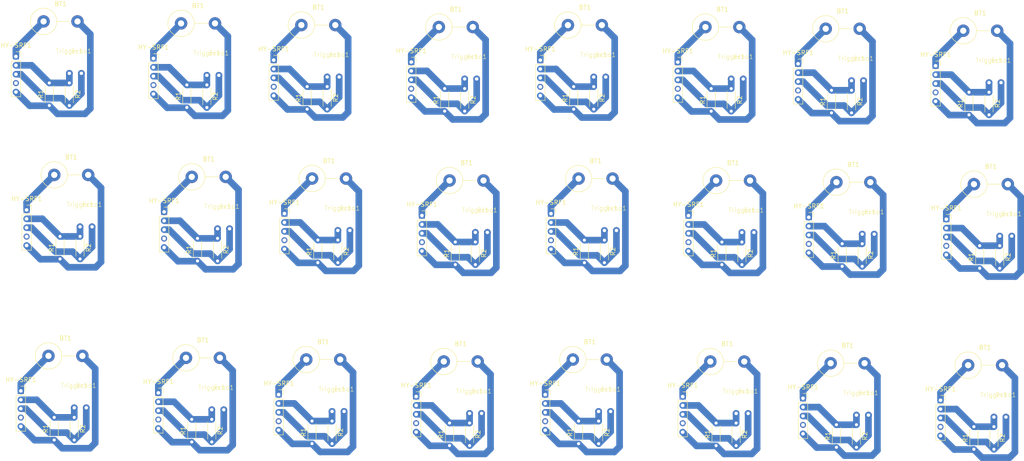
<source format=kicad_pcb>
(kicad_pcb (version 20240108) (generator "pcbnew") (generator_version "8.0")
  (layers (0 "F.Cu" signal) (31 "B.Cu" signal) (34 "B.Paste" user) (35 "F.Paste" user) (36 "B.SilkS" user "B.Silkscreen") (37 "F.SilkS" user "F.Silkscreen") (38 "B.Mask" user) (39 "F.Mask" user) (44 "Edge.Cuts" user))
  (net 0 "")
  (net 1 "Net-(BT1-+)")
  (net 2 "Net-(HY-SRF1-Trig)")
  (net 4 "Net-(HY-SRF1-Echo)")
  (net 5 "GND")
  (footprint "Resistor_THT:R_Axial_DIN0614_L14.3mm_D5.7mm_P7.62mm_Vertical" (layer "F.Cu") (at 83.699 121.275567)
    (property "Reference" "BT1")
    (property "Value" "Battery")
  )
  (footprint "PIN:PIN" (layer "F.Cu") (at 265.19 130.1)
    (property "Reference" "Trigger1")
    (property "Value" "~")
  )
  (footprint "Resistor_THT:R_Axial_DIN0614_L14.3mm_D5.7mm_P7.62mm_Vertical" (layer "F.Cu") (at 171.899 80.965)
    (property "Reference" "BT1")
    (property "Value" "Battery")
  )
  (footprint "Connector_PinSocket_2.00mm:PinSocket_1x05_P2.00mm_Vertical" (layer "F.Cu") (at 46.602 128.709134)
    (property "Reference" "HY-SRF1")
    (property "Value" "~")
  )
  (footprint "PIN:PIN" (layer "F.Cu") (at 62.602 87.309134)
    (property "Reference" "Echo1")
    (property "Value" "~")
  )
  (footprint "Resistor_THT:R_Axial_DIN0614_L14.3mm_D5.7mm_P7.62mm_Vertical" (layer "F.Cu") (at 109.621 46.443567)
    (property "Reference" "BT1")
    (property "Value" "Battery")
  )
  (footprint "Resistor_THT:R_Axial_DIN0204_L3.6mm_D1.6mm_P5.08mm_Horizontal" (layer "F.Cu") (at 57.5 59.46 -90)
    (property "Reference" "R2")
    (property "Value" "R")
  )
  (footprint "Resistor_THT:R_Axial_DIN0204_L3.6mm_D1.6mm_P5.08mm_Horizontal" (layer "F.Cu") (at 59.902 93.969134 -90)
    (property "Reference" "R2")
    (property "Value" "R")
  )
  (footprint "PIN:PIN" (layer "F.Cu") (at 150.102 129.269134)
    (property "Reference" "Echo1")
    (property "Value" "~")
  )
  (footprint "Resistor_THT:R_Axial_DIN0204_L3.6mm_D1.6mm_P5.08mm_Horizontal" (layer "F.Cu") (at 116.514 135.487701 -90)
    (property "Reference" "R2")
    (property "Value" "R")
  )
  (footprint "PIN:PIN" (layer "F.Cu") (at 209.978 129.281433)
    (property "Reference" "Echo1")
    (property "Value" "~")
  )
  (footprint "PIN:PIN" (layer "F.Cu") (at 234.302 129.658567)
    (property "Reference" "Trigger1")
    (property "Value" "~")
  )
  (footprint "Resistor_THT:R_Axial_DIN0204_L3.6mm_D1.6mm_P5.08mm_Horizontal" (layer "F.Cu") (at 90.79 94.410567 -90)
    (property "Reference" "R2")
    (property "Value" "R")
  )
  (footprint "PIN:PIN" (layer "F.Cu") (at 61.302 128.009134)
    (property "Reference" "Echo1")
    (property "Value" "~")
  )
  (footprint "PIN:PIN" (layer "F.Cu") (at 267.89 130.1)
    (property "Reference" "Echo1")
    (property "Value" "~")
  )
  (footprint "PIN:PIN" (layer "F.Cu") (at 211.278 88.581433)
    (property "Reference" "Echo1")
    (property "Value" "~")
  )
  (footprint "Resistor_THT:R_Axial_DIN0614_L14.3mm_D5.7mm_P7.62mm_Vertical" (layer "F.Cu") (at 51.709 45.625)
    (property "Reference" "BT1")
    (property "Value" "Battery")
  )
  (footprint "Connector_PinSocket_2.00mm:PinSocket_1x05_P2.00mm_Vertical" (layer "F.Cu") (at 253.19 130.8)
    (property "Reference" "HY-SRF1")
    (property "Value" "~")
  )
  (footprint "PIN:PIN" (layer "F.Cu") (at 146.3 54.06)
    (property "Reference" "Trigger1")
    (property "Value" "~")
  )
  (footprint "Resistor_THT:R_Axial_DIN0204_L3.6mm_D1.6mm_P5.08mm_Horizontal" (layer "F.Cu") (at 201.676 65.812299 90)
    (property "Reference" "R1")
    (property "Value" "R")
  )
  (footprint "Resistor_THT:R_Axial_DIN0204_L3.6mm_D1.6mm_P5.08mm_Horizontal" (layer "F.Cu") (at 83.888 64.981433 90)
    (property "Reference" "R1")
    (property "Value" "R")
  )
  (footprint "Resistor_THT:R_Axial_DIN0204_L3.6mm_D1.6mm_P5.08mm_Horizontal" (layer "F.Cu") (at 265.19 136.76 -90)
    (property "Reference" "R2")
    (property "Value" "R")
  )
  (footprint "Resistor_THT:R_Axial_DIN0614_L14.3mm_D5.7mm_P7.62mm_Vertical" (layer "F.Cu") (at 82.597 46.066433)
    (property "Reference" "BT1")
    (property "Value" "Battery")
  )
  (footprint "Connector_PinSocket_2.00mm:PinSocket_1x05_P2.00mm_Vertical" (layer "F.Cu") (at 196.578 89.281433)
    (property "Reference" "HY-SRF1")
    (property "Value" "~")
  )
  (footprint "PIN:PIN" (layer "F.Cu") (at 264.088 54.890866)
    (property "Reference" "Trigger1")
    (property "Value" "~")
  )
  (footprint "Resistor_THT:R_Axial_DIN0204_L3.6mm_D1.6mm_P5.08mm_Horizontal" (layer "F.Cu") (at 115.412 60.278567 -90)
    (property "Reference" "R2")
    (property "Value" "R")
  )
  (footprint "Resistor_THT:R_Axial_DIN0204_L3.6mm_D1.6mm_P5.08mm_Horizontal" (layer "F.Cu") (at 171.89 140.58 90)
    (property "Reference" "R1")
    (property "Value" "R")
  )
  (footprint "Resistor_THT:R_Axial_DIN0204_L3.6mm_D1.6mm_P5.08mm_Horizontal" (layer "F.Cu") (at 208.578 95.241433 -90)
    (property "Reference" "R2")
    (property "Value" "R")
  )
  (footprint "Resistor_THT:R_Axial_DIN0204_L3.6mm_D1.6mm_P5.08mm_Horizontal" (layer "F.Cu") (at 176.39 135.5 -90)
    (property "Reference" "R2")
    (property "Value" "R")
  )
  (footprint "Resistor_THT:R_Axial_DIN0204_L3.6mm_D1.6mm_P5.08mm_Horizontal" (layer "F.Cu") (at 235.602 95.618567 -90)
    (property "Reference" "R2")
    (property "Value" "R")
  )
  (footprint "PIN:PIN" (layer "F.Cu") (at 119.214 128.827701)
    (property "Reference" "Echo1")
    (property "Value" "~")
  )
  (footprint "Resistor_THT:R_Axial_DIN0614_L14.3mm_D5.7mm_P7.62mm_Vertical" (layer "F.Cu") (at 258.297 47.715866)
    (property "Reference" "BT1")
    (property "Value" "Battery")
  )
  (footprint "PIN:PIN" (layer "F.Cu") (at 177.988 53.630866)
    (property "Reference" "Echo1")
    (property "Value" "~")
  )
  (footprint "Resistor_THT:R_Axial_DIN0614_L14.3mm_D5.7mm_P7.62mm_Vertical" (layer "F.Cu") (at 229.811 81.783567)
    (property "Reference" "BT1")
    (property "Value" "Battery")
  )
  (footprint "PIN:PIN" (layer "F.Cu") (at 148.702 88.569134)
    (property "Reference" "Trigger1")
    (property "Value" "~")
  )
  (footprint "PIN:PIN" (layer "F.Cu") (at 89.49 128.450567)
    (property "Reference" "Trigger1")
    (property "Value" "~")
  )
  (footprint "Resistor_THT:R_Axial_DIN0614_L14.3mm_D5.7mm_P7.62mm_Vertical" (layer "F.Cu") (at 169.497 46.455866)
    (property "Reference" "BT1")
    (property "Value" "Battery")
  )
  (footprint "PIN:PIN" (layer "F.Cu") (at 208.578 88.581433)
    (property "Reference" "Trigger1")
    (property "Value" "~")
  )
  (footprint "Resistor_THT:R_Axial_DIN0204_L3.6mm_D1.6mm_P5.08mm_Horizontal" (layer "F.Cu") (at 88.388 59.901433 -90)
    (property "Reference" "R2")
    (property "Value" "R")
  )
  (footprint "Resistor_THT:R_Axial_DIN0614_L14.3mm_D5.7mm_P7.62mm_Vertical" (layer "F.Cu") (at 201.487 122.106433)
    (property "Reference" "BT1")
    (property "Value" "Battery")
  )
  (footprint "Resistor_THT:R_Axial_DIN0614_L14.3mm_D5.7mm_P7.62mm_Vertical" (layer "F.Cu") (at 54.111 80.134134)
    (property "Reference" "BT1")
    (property "Value" "Battery")
  )
  (footprint "PIN:PIN" (layer "F.Cu") (at 233.2 54.449433)
    (property "Reference" "Trigger1")
    (property "Value" "~")
  )
  (footprint "Connector_PinSocket_2.00mm:PinSocket_1x05_P2.00mm_Vertical" (layer "F.Cu") (at 78.79 88.450567)
    (property "Reference" "HY-SRF1")
    (property "Value" "~")
  )
  (footprint "PIN:PIN" (layer "F.Cu") (at 180.39 88.14)
    (property "Reference" "Echo1")
    (property "Value" "~")
  )
  (footprint "Resistor_THT:R_Axial_DIN0204_L3.6mm_D1.6mm_P5.08mm_Horizontal" (layer "F.Cu") (at 202.778 141.021433 90)
    (property "Reference" "R1")
    (property "Value" "R")
  )
  (footprint "PIN:PIN" (layer "F.Cu") (at 151.402 88.569134)
    (property "Reference" "Echo1")
    (property "Value" "~")
  )
  (footprint "Resistor_THT:R_Axial_DIN0204_L3.6mm_D1.6mm_P5.08mm_Horizontal" (layer "F.Cu") (at 170.788 65.370866 90)
    (property "Reference" "R1")
    (property "Value" "R")
  )
  (footprint "Resistor_THT:R_Axial_DIN0204_L3.6mm_D1.6mm_P5.08mm_Horizontal" (layer "F.Cu") (at 260.69 141.84 90)
    (property "Reference" "R1")
    (property "Value" "R")
  )
  (footprint "Resistor_THT:R_Axial_DIN0614_L14.3mm_D5.7mm_P7.62mm_Vertical" (layer "F.Cu") (at 259.399 122.925)
    (property "Reference" "BT1")
    (property "Value" "Battery")
  )
  (footprint "Connector_PinSocket_2.00mm:PinSocket_1x05_P2.00mm_Vertical" (layer "F.Cu") (at 165.69 88.84)
    (property "Reference" "HY-SRF1")
    (property "Value" "~")
  )
  (footprint "Connector_PinSocket_2.00mm:PinSocket_1x05_P2.00mm_Vertical" (layer "F.Cu") (at 104.514 129.527701)
    (property "Reference" "HY-SRF1")
    (property "Value" "~")
  )
  (footprint "Resistor_THT:R_Axial_DIN0614_L14.3mm_D5.7mm_P7.62mm_Vertical" (layer "F.Cu") (at 140.509 46.885)
    (property "Reference" "BT1")
    (property "Value" "Battery")
  )
  (footprint "Resistor_THT:R_Axial_DIN0204_L3.6mm_D1.6mm_P5.08mm_Horizontal" (layer "F.Cu") (at 206.176 60.732299 -90)
    (property "Reference" "R2")
    (property "Value" "R")
  )
  (footprint "Connector_PinSocket_2.00mm:PinSocket_1x05_P2.00mm_Vertical" (layer "F.Cu") (at 222.302 130.358567)
    (property "Reference" "HY-SRF1")
    (property "Value" "~")
  )
  (footprint "PIN:PIN" (layer "F.Cu") (at 120.514 88.127701)
    (property "Reference" "Echo1")
    (property "Value" "~")
  )
  (footprint "Connector_PinSocket_2.00mm:PinSocket_1x05_P2.00mm_Vertical" (layer "F.Cu") (at 194.176 54.772299)
    (property "Reference" "HY-SRF1")
    (property "Value" "~")
  )
  (footprint "PIN:PIN" (layer "F.Cu") (at 269.19 89.4)
    (property "Reference" "Echo1")
    (property "Value" "~")
  )
  (footprint "PIN:PIN" (layer "F.Cu") (at 179.09 128.84)
    (property "Reference" "Echo1")
    (property "Value" "~")
  )
  (footprint "PIN:PIN" (layer "F.Cu") (at 206.176 54.072299)
    (property "Reference" "Trigger1")
    (property "Value" "~")
  )
  (footprint "Resistor_THT:R_Axial_DIN0614_L14.3mm_D5.7mm_P7.62mm_Vertical" (layer "F.Cu") (at 202.787 81.406433)
    (property "Reference" "BT1")
    (property "Value" "Battery")
  )
  (footprint "PIN:PIN" (layer "F.Cu") (at 235.602 88.958567)
    (property "Reference" "Trigger1")
    (property "Value" "~")
  )
  (footprint "PIN:PIN" (layer "F.Cu") (at 266.49 89.4)
    (property "Reference" "Trigger1")
    (property "Value" "~")
  )
  (footprint "Connector_PinSocket_2.00mm:PinSocket_1x05_P2.00mm_Vertical" (layer "F.Cu") (at 164.39 129.54)
    (property "Reference" "HY-SRF1")
    (property "Value" "~")
  )
  (footprint "PIN:PIN" (layer "F.Cu") (at 115.412 53.618567)
    (property "Reference" "Trigger1")
    (property "Value" "~")
  )
  (footprint "PIN:PIN" (layer "F.Cu") (at 118.112 53.618567)
    (property "Reference" "Echo1")
    (property "Value" "~")
  )
  (footprint "Resistor_THT:R_Axial_DIN0204_L3.6mm_D1.6mm_P5.08mm_Horizontal" (layer "F.Cu") (at 175.288 60.290866 -90)
    (property "Reference" "R2")
    (property "Value" "R")
  )
  (footprint "Resistor_THT:R_Axial_DIN0204_L3.6mm_D1.6mm_P5.08mm_Horizontal" (layer "F.Cu") (at 146.3 60.72 -90)
    (property "Reference" "R2")
    (property "Value" "R")
  )
  (footprint "PIN:PIN" (layer "F.Cu") (at 59.902 87.309134)
    (property "Reference" "Trigger1")
    (property "Value" "~")
  )
  (footprint "Resistor_THT:R_Axial_DIN0204_L3.6mm_D1.6mm_P5.08mm_Horizontal" (layer "F.Cu") (at 228.7 66.189433 90)
    (property "Reference" "R1")
    (property "Value" "R")
  )
  (footprint "Connector_PinSocket_2.00mm:PinSocket_1x05_P2.00mm_Vertical" (layer "F.Cu") (at 223.602 89.658567)
    (property "Reference" "HY-SRF1")
    (property "Value" "~")
  )
  (footprint "Connector_PinSocket_2.00mm:PinSocket_1x05_P2.00mm_Vertical" (layer "F.Cu") (at 252.088 55.590866)
    (property "Reference" "HY-SRF1")
    (property "Value" "~")
  )
  (footprint "Connector_PinSocket_2.00mm:PinSocket_1x05_P2.00mm_Vertical" (layer "F.Cu") (at 221.2 55.149433)
    (property "Reference" "HY-SRF1")
    (property "Value" "~")
  )
  (footprint "Resistor_THT:R_Axial_DIN0204_L3.6mm_D1.6mm_P5.08mm_Horizontal" (layer "F.Cu") (at 142.902 141.009134 90)
    (property "Reference" "R1")
    (property "Value" "R")
  )
  (footprint "Resistor_THT:R_Axial_DIN0204_L3.6mm_D1.6mm_P5.08mm_Horizontal" (layer "F.Cu") (at 259.588 66.630866 90)
    (property "Reference" "R1")
    (property "Value" "R")
  )
  (footprint "Resistor_THT:R_Axial_DIN0614_L14.3mm_D5.7mm_P7.62mm_Vertical" (layer "F.Cu") (at 142.911 81.394134)
    (property "Reference" "BT1")
    (property "Value" "Battery")
  )
  (footprint "Connector_PinSocket_2.00mm:PinSocket_1x05_P2.00mm_Vertical" (layer "F.Cu") (at 163.288 54.330866)
    (property "Reference" "HY-SRF1")
    (property "Value" "~")
  )
  (footprint "Resistor_THT:R_Axial_DIN0614_L14.3mm_D5.7mm_P7.62mm_Vertical" (layer "F.Cu") (at 200.385 46.897299)
    (property "Reference" "BT1")
    (property "Value" "Battery")
  )
  (footprint "Connector_PinSocket_2.00mm:PinSocket_1x05_P2.00mm_Vertical" (layer "F.Cu") (at 254.49 90.1)
    (property "Reference" "HY-SRF1")
    (property "Value" "~")
  )
  (footprint "Resistor_THT:R_Axial_DIN0204_L3.6mm_D1.6mm_P5.08mm_Horizontal" (layer "F.Cu") (at 233.2 61.109433 -90)
    (property "Reference" "R2")
    (property "Value" "R")
  )
  (footprint "Resistor_THT:R_Axial_DIN0204_L3.6mm_D1.6mm_P5.08mm_Horizontal" (layer "F.Cu") (at 55.402 99.049134 90)
    (property "Reference" "R1")
    (property "Value" "R")
  )
  (footprint "Resistor_THT:R_Axial_DIN0204_L3.6mm_D1.6mm_P5.08mm_Horizontal" (layer "F.Cu") (at 204.078 100.321433 90)
    (property "Reference" "R1")
    (property "Value" "R")
  )
  (footprint "Resistor_THT:R_Axial_DIN0204_L3.6mm_D1.6mm_P5.08mm_Horizontal" (layer "F.Cu") (at 112.014 140.567701 90)
    (property "Reference" "R1")
    (property "Value" "R")
  )
  (footprint "Resistor_THT:R_Axial_DIN0204_L3.6mm_D1.6mm_P5.08mm_Horizontal" (layer "F.Cu") (at 89.49 135.110567 -90)
    (property "Reference" "R2")
    (property "Value" "R")
  )
  (footprint "Resistor_THT:R_Axial_DIN0204_L3.6mm_D1.6mm_P5.08mm_Horizontal" (layer "F.Cu") (at 177.69 94.8 -90)
    (property "Reference" "R2")
    (property "Value" "R")
  )
  (footprint "Resistor_THT:R_Axial_DIN0204_L3.6mm_D1.6mm_P5.08mm_Horizontal" (layer "F.Cu") (at 207.278 135.941433 -90)
    (property "Reference" "R2")
    (property "Value" "R")
  )
  (footprint "Resistor_THT:R_Axial_DIN0614_L14.3mm_D5.7mm_P7.62mm_Vertical" (layer "F.Cu") (at 112.023 80.952701)
    (property "Reference" "BT1")
    (property "Value" "Battery")
  )
  (footprint "Connector_PinSocket_2.00mm:PinSocket_1x05_P2.00mm_Vertical" (layer "F.Cu") (at 134.3 54.76)
    (property "Reference" "HY-SRF1")
    (property "Value" "~")
  )
  (footprint "PIN:PIN" (layer "F.Cu") (at 58.602 128.009134)
    (property "Reference" "Trigger1")
    (property "Value" "~")
  )
  (footprint "Resistor_THT:R_Axial_DIN0204_L3.6mm_D1.6mm_P5.08mm_Horizontal" (layer "F.Cu") (at 58.602 134.669134 -90)
    (property "Reference" "R2")
    (property "Value" "R")
  )
  (footprint "Resistor_THT:R_Axial_DIN0614_L14.3mm_D5.7mm_P7.62mm_Vertical" (layer "F.Cu") (at 52.811 120.834134)
    (property "Reference" "BT1")
    (property "Value" "Battery")
  )
  (footprint "PIN:PIN" (layer "F.Cu") (at 149 54.06)
    (property "Reference" "Echo1")
    (property "Value" "~")
  )
  (footprint "Connector_PinSocket_2.00mm:PinSocket_1x05_P2.00mm_Vertical" (layer "F.Cu") (at 105.814 88.827701)
    (property "Reference" "HY-SRF1")
    (property "Value" "~")
  )
  (footprint "PIN:PIN" (layer "F.Cu") (at 90.79 87.750567)
    (property "Reference" "Trigger1")
    (property "Value" "~")
  )
  (footprint "PIN:PIN" (layer "F.Cu") (at 117.814 88.127701)
    (property "Reference" "Trigger1")
    (property "Value" "~")
  )
  (footprint "PIN:PIN" (layer "F.Cu") (at 60.2 52.8)
    (property "Reference" "Echo1")
    (property "Value" "~")
  )
  (footprint "Resistor_THT:R_Axial_DIN0614_L14.3mm_D5.7mm_P7.62mm_Vertical" (layer "F.Cu") (at 228.511 122.483567)
    (property "Reference" "BT1")
    (property "Value" "Battery")
  )
  (footprint "PIN:PIN" (layer "F.Cu") (at 177.69 88.14)
    (property "Reference" "Trigger1")
    (property "Value" "~")
  )
  (footprint "Resistor_THT:R_Axial_DIN0204_L3.6mm_D1.6mm_P5.08mm_Horizontal" (layer "F.Cu") (at 141.8 65.8 90)
    (property "Reference" "R1")
    (property "Value" "R")
  )
  (footprint "Resistor_THT:R_Axial_DIN0614_L14.3mm_D5.7mm_P7.62mm_Vertical" (layer "F.Cu") (at 227.409 47.274433)
    (property "Reference" "BT1")
    (property "Value" "Battery")
  )
  (footprint "Connector_PinSocket_2.00mm:PinSocket_1x05_P2.00mm_Vertical" (layer "F.Cu") (at 195.278 129.981433)
    (property "Reference" "HY-SRF1")
    (property "Value" "~")
  )
  (footprint "PIN:PIN" (layer "F.Cu") (at 207.278 129.281433)
    (property "Reference" "Trigger1")
    (property "Value" "~")
  )
  (footprint "PIN:PIN" (layer "F.Cu") (at 91.088 53.241433)
    (property "Reference" "Echo1")
    (property "Value" "~")
  )
  (footprint "Resistor_THT:R_Axial_DIN0204_L3.6mm_D1.6mm_P5.08mm_Horizontal" (layer "F.Cu") (at 84.99 140.190567 90)
    (property "Reference" "R1")
    (property "Value" "R")
  )
  (footprint "Resistor_THT:R_Axial_DIN0614_L14.3mm_D5.7mm_P7.62mm_Vertical" (layer "F.Cu") (at 141.611 122.094134)
    (property "Reference" "BT1")
    (property "Value" "Battery")
  )
  (footprint "Connector_PinSocket_2.00mm:PinSocket_1x05_P2.00mm_Vertical" (layer "F.Cu") (at 135.402 129.969134)
    (property "Reference" "HY-SRF1")
    (property "Value" "~")
  )
  (footprint "Connector_PinSocket_2.00mm:PinSocket_1x05_P2.00mm_Vertical" (layer "F.Cu") (at 103.412 54.318567)
    (property "Reference" "HY-SRF1")
    (property "Value" "~")
  )
  (footprint "Connector_PinSocket_2.00mm:PinSocket_1x05_P2.00mm_Vertical" (layer "F.Cu") (at 77.49 129.150567)
    (property "Reference" "HY-SRF1")
    (property "Value" "~")
  )
  (footprint "Connector_PinSocket_2.00mm:PinSocket_1x05_P2.00mm_Vertical" (layer "F.Cu") (at 47.902 88.009134)
    (property "Reference" "HY-SRF1")
    (property "Value" "~")
  )
  (footprint "PIN:PIN" (layer "F.Cu") (at 57.5 52.8)
    (property "Reference" "Trigger1")
    (property "Value" "~")
  )
  (footprint "Resistor_THT:R_Axial_DIN0204_L3.6mm_D1.6mm_P5.08mm_Horizontal" (layer "F.Cu") (at 231.102 100.698567 90)
    (property "Reference" "R1")
    (property "Value" "R")
  )
  (footprint "Resistor_THT:R_Axial_DIN0204_L3.6mm_D1.6mm_P5.08mm_Horizontal" (layer "F.Cu") (at 261.99 101.14 90)
    (property "Reference" "R1")
    (property "Value" "R")
  )
  (footprint "Resistor_THT:R_Axial_DIN0204_L3.6mm_D1.6mm_P5.08mm_Horizontal" (layer "F.Cu") (at 144.202 100.309134 90)
    (property "Reference" "R1")
    (property "Value" "R")
  )
  (footprint "Connector_PinSocket_2.00mm:PinSocket_1x05_P2.00mm_Vertical" (layer "F.Cu") (at 45.5 53.5)
    (property "Reference" "HY-SRF1")
    (property "Value" "~")
  )
  (footprint "Resistor_THT:R_Axial_DIN0204_L3.6mm_D1.6mm_P5.08mm_Horizontal" (layer "F.Cu") (at 229.802 141.398567 90)
    (property "Reference" "R1")
    (property "Value" "R")
  )
  (footprint "Resistor_THT:R_Axial_DIN0204_L3.6mm_D1.6mm_P5.08mm_Horizontal" (layer "F.Cu") (at 113.314 99.867701 90)
    (property "Reference" "R1")
    (property "Value" "R")
  )
  (footprint "Resistor_THT:R_Axial_DIN0614_L14.3mm_D5.7mm_P7.62mm_Vertical" (layer "F.Cu") (at 170.599 121.665)
    (property "Reference" "BT1")
    (property "Value" "Battery")
  )
  (footprint "PIN:PIN" (layer "F.Cu") (at 147.402 129.269134)
    (property "Reference" "Trigger1")
    (property "Value" "~")
  )
  (footprint "PIN:PIN" (layer "F.Cu") (at 116.514 128.827701)
    (property "Reference" "Trigger1")
    (property "Value" "~")
  )
  (footprint "PIN:PIN" (layer "F.Cu") (at 208.876 54.072299)
    (property "Reference" "Echo1")
    (property "Value" "~")
  )
  (footprint "Resistor_THT:R_Axial_DIN0204_L3.6mm_D1.6mm_P5.08mm_Horizontal" (layer "F.Cu") (at 110.912 65.358567 90)
    (property "Reference" "R1")
    (property "Value" "R")
  )
  (footprint "Resistor_THT:R_Axial_DIN0204_L3.6mm_D1.6mm_P5.08mm_Horizontal" (layer "F.Cu") (at 264.088 61.550866 -90)
    (property "Reference" "R2")
    (property "Value" "R")
  )
  (footprint "Resistor_THT:R_Axial_DIN0614_L14.3mm_D5.7mm_P7.62mm_Vertical" (layer "F.Cu") (at 260.699 82.225)
    (property "Reference" "BT1")
    (property "Value" "Battery")
  )
  (footprint "Connector_PinSocket_2.00mm:PinSocket_1x05_P2.00mm_Vertical" (layer "F.Cu") (at 136.702 89.269134)
    (property "Reference" "HY-SRF1")
    (property "Value" "~")
  )
  (footprint "PIN:PIN" (layer "F.Cu") (at 238.302 88.958567)
    (property "Reference" "Echo1")
    (property "Value" "~")
  )
  (footprint "PIN:PIN" (layer "F.Cu") (at 175.288 53.630866)
    (property "Reference" "Trigger1")
    (property "Value" "~")
  )
  (footprint "Resistor_THT:R_Axial_DIN0204_L3.6mm_D1.6mm_P5.08mm_Horizontal" (layer "F.Cu") (at 53 64.54 90)
    (property "Reference" "R1")
    (property "Value" "R")
  )
  (footprint "Resistor_THT:R_Axial_DIN0204_L3.6mm_D1.6mm_P5.08mm_Horizontal" (layer "F.Cu") (at 266.49 96.06 -90)
    (property "Reference" "R2")
    (property "Value" "R")
  )
  (footprint "PIN:PIN" (layer "F.Cu") (at 266.788 54.890866)
    (property "Reference" "Echo1")
    (property "Value" "~")
  )
  (footprint "PIN:PIN" (layer "F.Cu") (at 92.19 128.450567)
    (property "Reference" "Echo1")
    (property "Value" "~")
  )
  (footprint "PIN:PIN" (layer "F.Cu") (at 176.39 128.84)
    (property "Reference" "Trigger1")
    (property "Value" "~")
  )
  (footprint "Resistor_THT:R_Axial_DIN0204_L3.6mm_D1.6mm_P5.08mm_Horizontal" (layer "F.Cu") (at 147.402 135.929134 -90)
    (property "Reference" "R2")
    (property "Value" "R")
  )
  (footprint "Resistor_THT:R_Axial_DIN0204_L3.6mm_D1.6mm_P5.08mm_Horizontal" (layer "F.Cu") (at 117.814 94.787701 -90)
    (property "Reference" "R2")
    (property "Value" "R")
  )
  (footprint "Resistor_THT:R_Axial_DIN0204_L3.6mm_D1.6mm_P5.08mm_Horizontal" (layer "F.Cu") (at 148.702 95.229134 -90)
    (property "Reference" "R2")
    (property "Value" "R")
  )
  (footprint "PIN:PIN" (layer "F.Cu") (at 93.49 87.750567)
    (property "Reference" "Echo1")
    (property "Value" "~")
  )
  (footprint "PIN:PIN" (layer "F.Cu") (at 237.002 129.658567)
    (property "Reference" "Echo1")
    (property "Value" "~")
  )
  (footprint "Connector_PinSocket_2.00mm:PinSocket_1x05_P2.00mm_Vertical" (layer "F.Cu") (at 76.388 53.941433)
    (property "Reference" "HY-SRF1")
    (property "Value" "~")
  )
  (footprint "Resistor_THT:R_Axial_DIN0204_L3.6mm_D1.6mm_P5.08mm_Horizontal" (layer "F.Cu") (at 234.302 136.318567 -90)
    (property "Reference" "R2")
    (property "Value" "R")
  )
  (footprint "Resistor_THT:R_Axial_DIN0204_L3.6mm_D1.6mm_P5.08mm_Horizontal" (layer "F.Cu") (at 54.102 139.749134 90)
    (property "Reference" "R1")
    (property "Value" "R")
  )
  (footprint "Resistor_THT:R_Axial_DIN0614_L14.3mm_D5.7mm_P7.62mm_Vertical" (layer "F.Cu") (at 84.999 80.575567)
    (property "Reference" "BT1")
    (property "Value" "Battery")
  )
  (footprint "Resistor_THT:R_Axial_DIN0204_L3.6mm_D1.6mm_P5.08mm_Horizontal" (layer "F.Cu") (at 86.29 99.490567 90)
    (property "Reference" "R1")
    (property "Value" "R")
  )
  (footprint "PIN:PIN" (layer "F.Cu") (at 235.9 54.449433)
    (property "Reference" "Echo1")
    (property "Value" "~")
  )
  (footprint "Resistor_THT:R_Axial_DIN0204_L3.6mm_D1.6mm_P5.08mm_Horizontal" (layer "F.Cu") (at 173.19 99.88 90)
    (property "Reference" "R1")
    (property "Value" "R")
  )
  (footprint "PIN:PIN" (layer "F.Cu") (at 88.388 53.241433)
    (property "Reference" "Trigger1")
    (property "Value" "~")
  )
  (footprint "Resistor_THT:R_Axial_DIN0614_L14.3mm_D5.7mm_P7.62mm_Vertical" (layer "F.Cu") (at 110.723 121.652701)
    (property "Reference" "BT1")
    (property "Value" "Battery")
  )
  (segment (start 163.288 52.664866) (end 169.497 46.455866) (width 1.5) (layer "B.Cu") (net 1))
  (segment (start 221.2 53.483433) (end 227.409 47.274433) (width 1.5) (layer "B.Cu") (net 1))
  (segment (start 134.3 54.76) (end 134.3 53.094) (width 1.5) (layer "B.Cu") (net 1))
  (segment (start 195.278 128.315433) (end 201.487 122.106433) (width 1.5) (layer "B.Cu") (net 1))
  (segment (start 47.902 86.343134) (end 54.111 80.134134) (width 1.5) (layer "B.Cu") (net 1))
  (segment (start 77.49 129.150567) (end 77.49 127.484567) (width 1.5) (layer "B.Cu") (net 1))
  (segment (start 135.402 129.969134) (end 135.402 128.303134) (width 1.5) (layer "B.Cu") (net 1))
  (segment (start 46.602 128.709134) (end 46.602 127.043134) (width 1.5) (layer "B.Cu") (net 1))
  (segment (start 221.2 55.149433) (end 221.2 53.483433) (width 1.5) (layer "B.Cu") (net 1))
  (segment (start 252.088 53.924866) (end 258.297 47.715866) (width 1.5) (layer "B.Cu") (net 1))
  (segment (start 45.5 51.834) (end 51.709 45.625) (width 1.5) (layer "B.Cu") (net 1))
  (segment (start 164.39 129.54) (end 164.39 127.874) (width 1.5) (layer "B.Cu") (net 1))
  (segment (start 223.602 87.992567) (end 229.811 81.783567) (width 1.5) (layer "B.Cu") (net 1))
  (segment (start 165.69 88.84) (end 165.69 87.174) (width 1.5) (layer "B.Cu") (net 1))
  (segment (start 195.278 129.981433) (end 195.278 128.315433) (width 1.5) (layer "B.Cu") (net 1))
  (segment (start 163.288 54.330866) (end 163.288 52.664866) (width 1.5) (layer "B.Cu") (net 1))
  (segment (start 76.388 52.275433) (end 82.597 46.066433) (width 1.5) (layer "B.Cu") (net 1))
  (segment (start 196.578 89.281433) (end 196.578 87.615433) (width 1.5) (layer "B.Cu") (net 1))
  (segment (start 105.814 88.827701) (end 105.814 87.161701) (width 1.5) (layer "B.Cu") (net 1))
  (segment (start 136.702 87.603134) (end 142.911 81.394134) (width 1.5) (layer "B.Cu") (net 1))
  (segment (start 222.302 130.358567) (end 222.302 128.692567) (width 1.5) (layer "B.Cu") (net 1))
  (segment (start 253.19 129.134) (end 259.399 122.925) (width 1.5) (layer "B.Cu") (net 1))
  (segment (start 196.578 87.615433) (end 202.787 81.406433) (width 1.5) (layer "B.Cu") (net 1))
  (segment (start 105.814 87.161701) (end 112.023 80.952701) (width 1.5) (layer "B.Cu") (net 1))
  (segment (start 78.79 88.450567) (end 78.79 86.784567) (width 1.5) (layer "B.Cu") (net 1))
  (segment (start 104.514 129.527701) (end 104.514 127.861701) (width 1.5) (layer "B.Cu") (net 1))
  (segment (start 253.19 130.8) (end 253.19 129.134) (width 1.5) (layer "B.Cu") (net 1))
  (segment (start 254.49 88.434) (end 260.699 82.225) (width 1.5) (layer "B.Cu") (net 1))
  (segment (start 78.79 86.784567) (end 84.999 80.575567) (width 1.5) (layer "B.Cu") (net 1))
  (segment (start 103.412 54.318567) (end 103.412 52.652567) (width 1.5) (layer "B.Cu") (net 1))
  (segment (start 164.39 127.874) (end 170.599 121.665) (width 1.5) (layer "B.Cu") (net 1))
  (segment (start 76.388 53.941433) (end 76.388 52.275433) (width 1.5) (layer "B.Cu") (net 1))
  (segment (start 46.602 127.043134) (end 52.811 120.834134) (width 1.5) (layer "B.Cu") (net 1))
  (segment (start 223.602 89.658567) (end 223.602 87.992567) (width 1.5) (layer "B.Cu") (net 1))
  (segment (start 134.3 53.094) (end 140.509 46.885) (width 1.5) (layer "B.Cu") (net 1))
  (segment (start 194.176 53.106299) (end 200.385 46.897299) (width 1.5) (layer "B.Cu") (net 1))
  (segment (start 45.5 53.5) (end 45.5 51.834) (width 1.5) (layer "B.Cu") (net 1))
  (segment (start 103.412 52.652567) (end 109.621 46.443567) (width 1.5) (layer "B.Cu") (net 1))
  (segment (start 136.702 89.269134) (end 136.702 87.603134) (width 1.5) (layer "B.Cu") (net 1))
  (segment (start 252.088 55.590866) (end 252.088 53.924866) (width 1.5) (layer "B.Cu") (net 1))
  (segment (start 254.49 90.1) (end 254.49 88.434) (width 1.5) (layer "B.Cu") (net 1))
  (segment (start 77.49 127.484567) (end 83.699 121.275567) (width 1.5) (layer "B.Cu") (net 1))
  (segment (start 222.302 128.692567) (end 228.511 122.483567) (width 1.5) (layer "B.Cu") (net 1))
  (segment (start 104.514 127.861701) (end 110.723 121.652701) (width 1.5) (layer "B.Cu") (net 1))
  (segment (start 47.902 88.009134) (end 47.902 86.343134) (width 1.5) (layer "B.Cu") (net 1))
  (segment (start 165.69 87.174) (end 171.899 80.965) (width 1.5) (layer "B.Cu") (net 1))
  (segment (start 135.402 128.303134) (end 141.611 122.094134) (width 1.5) (layer "B.Cu") (net 1))
  (segment (start 194.176 54.772299) (end 194.176 53.106299) (width 1.5) (layer "B.Cu") (net 1))
  (segment (start 82.33 90.450567) (end 86.29 94.410567) (width 1.5) (layer "B.Cu") (net 2))
  (segment (start 255.628 57.590866) (end 259.588 61.550866) (width 1.5) (layer "B.Cu") (net 2))
  (segment (start 235.602 93.458567) (end 235.602 95.618567) (width 1.5) (layer "B.Cu") (net 2))
  (segment (start 222.302 132.358567) (end 225.842 132.358567) (width 1.5) (layer "B.Cu") (net 2))
  (segment (start 227.142 91.658567) (end 231.102 95.618567) (width 1.5) (layer "B.Cu") (net 2))
  (segment (start 136.702 91.269134) (end 140.242 91.269134) (width 1.5) (layer "B.Cu") (net 2))
  (segment (start 76.388 55.941433) (end 79.928 55.941433) (width 1.5) (layer "B.Cu") (net 2))
  (segment (start 200.118 91.281433) (end 204.078 95.241433) (width 1.5) (layer "B.Cu") (net 2))
  (segment (start 88.388 59.901433) (end 83.888 59.901433) (width 1.5) (layer "B.Cu") (net 2))
  (segment (start 252.088 57.590866) (end 255.628 57.590866) (width 1.5) (layer "B.Cu") (net 2))
  (segment (start 146.3 60.72) (end 141.8 60.72) (width 1.5) (layer "B.Cu") (net 2))
  (segment (start 198.818 131.981433) (end 202.778 135.941433) (width 1.5) (layer "B.Cu") (net 2))
  (segment (start 256.73 132.8) (end 260.69 136.76) (width 1.5) (layer "B.Cu") (net 2))
  (segment (start 207.278 133.781433) (end 207.278 135.941433) (width 1.5) (layer "B.Cu") (net 2))
  (segment (start 106.952 56.318567) (end 110.912 60.278567) (width 1.5) (layer "B.Cu") (net 2))
  (segment (start 233.2 61.109433) (end 228.7 61.109433) (width 1.5) (layer "B.Cu") (net 2))
  (segment (start 46.602 130.709134) (end 50.142 130.709134) (width 1.5) (layer "B.Cu") (net 2))
  (segment (start 117.814 94.787701) (end 113.314 94.787701) (width 1.5) (layer "B.Cu") (net 2))
  (segment (start 224.74 57.149433) (end 228.7 61.109433) (width 1.5) (layer "B.Cu") (net 2))
  (segment (start 235.602 95.618567) (end 231.102 95.618567) (width 1.5) (layer "B.Cu") (net 2))
  (segment (start 89.49 135.110567) (end 84.99 135.110567) (width 1.5) (layer "B.Cu") (net 2))
  (segment (start 163.288 56.330866) (end 166.828 56.330866) (width 1.5) (layer "B.Cu") (net 2))
  (segment (start 234.302 136.318567) (end 229.802 136.318567) (width 1.5) (layer "B.Cu") (net 2))
  (segment (start 264.088 61.550866) (end 259.588 61.550866) (width 1.5) (layer "B.Cu") (net 2))
  (segment (start 49.04 55.5) (end 53 59.46) (width 1.5) (layer "B.Cu") (net 2))
  (segment (start 135.402 131.969134) (end 138.942 131.969134) (width 1.5) (layer "B.Cu") (net 2))
  (segment (start 207.278 135.941433) (end 202.778 135.941433) (width 1.5) (layer "B.Cu") (net 2))
  (segment (start 79.928 55.941433) (end 83.888 59.901433) (width 1.5) (layer "B.Cu") (net 2))
  (segment (start 57.5 59.46) (end 53 59.46) (width 1.5) (layer "B.Cu") (net 2))
  (segment (start 90.79 94.410567) (end 86.29 94.410567) (width 1.5) (layer "B.Cu") (net 2))
  (segment (start 253.19 132.8) (end 256.73 132.8) (width 1.5) (layer "B.Cu") (net 2))
  (segment (start 265.19 136.76) (end 260.69 136.76) (width 1.5) (layer "B.Cu") (net 2))
  (segment (start 134.3 56.76) (end 137.84 56.76) (width 1.5) (layer "B.Cu") (net 2))
  (segment (start 175.288 60.290866) (end 170.788 60.290866) (width 1.5) (layer "B.Cu") (net 2))
  (segment (start 176.39 135.5) (end 171.89 135.5) (width 1.5) (layer "B.Cu") (net 2))
  (segment (start 89.49 132.950567) (end 89.49 135.110567) (width 1.5) (layer "B.Cu") (net 2))
  (segment (start 147.402 133.769134) (end 147.402 135.929134) (width 1.5) (layer "B.Cu") (net 2))
  (segment (start 116.514 133.327701) (end 116.514 135.487701) (width 1.5) (layer "B.Cu") (net 2))
  (segment (start 195.278 131.981433) (end 198.818 131.981433) (width 1.5) (layer "B.Cu") (net 2))
  (segment (start 234.302 134.158567) (end 234.302 136.318567) (width 1.5) (layer "B.Cu") (net 2))
  (segment (start 147.402 135.929134) (end 142.902 135.929134) (width 1.5) (layer "B.Cu") (net 2))
  (segment (start 104.514 131.527701) (end 108.054 131.527701) (width 1.5) (layer "B.Cu") (net 2))
  (segment (start 51.442 90.009134) (end 55.402 93.969134) (width 1.5) (layer "B.Cu") (net 2))
  (segment (start 175.288 58.130866) (end 175.288 60.290866) (width 1.5) (layer "B.Cu") (net 2))
  (segment (start 105.814 90.827701) (end 109.354 90.827701) (width 1.5) (layer "B.Cu") (net 2))
  (segment (start 264.088 59.390866) (end 264.088 61.550866) (width 1.5) (layer "B.Cu") (net 2))
  (segment (start 58.602 132.509134) (end 58.602 134.669134) (width 1.5) (layer "B.Cu") (net 2))
  (segment (start 206.176 58.572299) (end 206.176 60.732299) (width 1.5) (layer "B.Cu") (net 2))
  (segment (start 45.5 55.5) (end 49.04 55.5) (width 1.5) (layer "B.Cu") (net 2))
  (segment (start 90.79 92.250567) (end 90.79 94.410567) (width 1.5) (layer "B.Cu") (net 2))
  (segment (start 116.514 135.487701) (end 112.014 135.487701) (width 1.5) (layer "B.Cu") (net 2))
  (segment (start 167.93 131.54) (end 171.89 135.5) (width 1.5) (layer "B.Cu") (net 2))
  (segment (start 196.578 91.281433) (end 200.118 91.281433) (width 1.5) (layer "B.Cu") (net 2))
  (segment (start 77.49 131.150567) (end 81.03 131.150567) (width 1.5) (layer "B.Cu") (net 2))
  (segment (start 164.39 131.54) (end 167.93 131.54) (width 1.5) (layer "B.Cu") (net 2))
  (segment (start 137.84 56.76) (end 141.8 60.72) (width 1.5) (layer "B.Cu") (net 2))
  (segment (start 148.702 93.069134) (end 148.702 95.229134) (width 1.5) (layer "B.Cu") (net 2))
  (segment (start 108.054 131.527701) (end 112.014 135.487701) (width 1.5) (layer "B.Cu") (net 2))
  (segment (start 233.2 58.949433) (end 233.2 61.109433) (width 1.5) (layer "B.Cu") (net 2))
  (segment (start 78.79 90.450567) (end 82.33 90.450567) (width 1.5) (layer "B.Cu") (net 2))
  (segment (start 146.3 58.56) (end 146.3 60.72) (width 1.5) (layer "B.Cu") (net 2))
  (segment (start 47.902 90.009134) (end 51.442 90.009134) (width 1.5) (layer "B.Cu") (net 2))
  (segment (start 206.176 60.732299) (end 201.676 60.732299) (width 1.5) (layer "B.Cu") (net 2))
  (segment (start 58.602 134.669134) (end 54.102 134.669134) (width 1.5) (layer "B.Cu") (net 2))
  (segment (start 254.49 92.1) (end 258.03 92.1) (width 1.5) (layer "B.Cu") (net 2))
  (segment (start 265.19 134.6) (end 265.19 136.76) (width 1.5) (layer "B.Cu") (net 2))
  (segment (start 140.242 91.269134) (end 144.202 95.229134) (width 1.5) (layer "B.Cu") (net 2))
  (segment (start 148.702 95.229134) (end 144.202 95.229134) (width 1.5) (layer "B.Cu") (net 2))
  (segment (start 225.842 132.358567) (end 229.802 136.318567) (width 1.5) (layer "B.Cu") (net 2))
  (segment (start 165.69 90.84) (end 169.23 90.84) (width 1.5) (layer "B.Cu") (net 2))
  (segment (start 88.388 57.741433) (end 88.388 59.901433) (width 1.5) (layer "B.Cu") (net 2))
  (segment (start 176.39 133.34) (end 176.39 135.5) (width 1.5) (layer "B.Cu") (net 2))
  (segment (start 115.412 58.118567) (end 115.412 60.278567) (width 1.5) (layer "B.Cu") (net 2))
  (segment (start 138.942 131.969134) (end 142.902 135.929134) (width 1.5) (layer "B.Cu") (net 2))
  (segment (start 50.142 130.709134) (end 54.102 134.669134) (width 1.5) (layer "B.Cu") (net 2))
  (segment (start 221.2 57.149433) (end 224.74 57.149433) (width 1.5) (layer "B.Cu") (net 2))
  (segment (start 208.578 93.081433) (end 208.578 95.241433) (width 1.5) (layer "B.Cu") (net 2))
  (segment (start 103.412 56.318567) (end 106.952 56.318567) (width 1.5) (layer "B.Cu") (net 2))
  (segment (start 266.49 93.9) (end 266.49 96.06) (width 1.5) (layer "B.Cu") (net 2))
  (segment (start 208.578 95.241433) (end 204.078 95.241433) (width 1.5) (layer "B.Cu") (net 2))
  (segment (start 59.902 93.969134) (end 55.402 93.969134) (width 1.5) (layer "B.Cu") (net 2))
  (segment (start 109.354 90.827701) (end 113.314 94.787701) (width 1.5) (layer "B.Cu") (net 2))
  (segment (start 266.49 96.06) (end 261.99 96.06) (width 1.5) (layer "B.Cu") (net 2))
  (segment (start 194.176 56.772299) (end 197.716 56.772299) (width 1.5) (layer "B.Cu") (net 2))
  (segment (start 57.5 57.3) (end 57.5 59.46) (width 1.5) (layer "B.Cu") (net 2))
  (segment (start 166.828 56.330866) (end 170.788 60.290866) (width 1.5) (layer "B.Cu") (net 2))
  (segment (start 81.03 131.150567) (end 84.99 135.110567) (width 1.5) (layer "B.Cu") (net 2))
  (segment (start 177.69 92.64) (end 177.69 94.8) (width 1.5) (layer "B.Cu") (net 2))
  (segment (start 177.69 94.8) (end 173.19 94.8) (width 1.5) (layer "B.Cu") (net 2))
  (segment (start 197.716 56.772299) (end 201.676 60.732299) (width 1.5) (layer "B.Cu") (net 2))
  (segment (start 59.902 91.809134) (end 59.902 93.969134) (width 1.5) (layer "B.Cu") (net 2))
  (segment (start 258.03 92.1) (end 261.99 96.06) (width 1.5) (layer "B.Cu") (net 2))
  (segment (start 223.602 91.658567) (end 227.142 91.658567) (width 1.5) (layer "B.Cu") (net 2))
  (segment (start 117.814 92.627701) (end 117.814 94.787701) (width 1.5) (layer "B.Cu") (net 2))
  (segment (start 169.23 90.84) (end 173.19 94.8) (width 1.5) (layer "B.Cu") (net 2))
  (segment (start 115.412 60.278567) (end 110.912 60.278567) (width 1.5) (layer "B.Cu") (net 2))
  (segment (start 118.112 62.658567) (end 118.112 58.118567) (width 1.5) (layer "B.Cu") (net 4))
  (segment (start 208.578 100.321433) (end 211.278 97.621433) (width 1.5) (layer "B.Cu") (net 4))
  (segment (start 197.678 93.281433) (end 196.578 93.281433) (width 1.5) (layer "B.Cu") (net 4))
  (segment (start 259.68 140.19) (end 254.29 134.8) (width 1.5) (layer "B.Cu") (net 4))
  (segment (start 47.702 132.709134) (end 46.602 132.709134) (width 1.5) (layer "B.Cu") (net 4))
  (segment (start 179.09 137.88) (end 179.09 133.34) (width 1.5) (layer "B.Cu") (net 4))
  (segment (start 116.514 140.567701) (end 119.214 137.867701) (width 1.5) (layer "B.Cu") (net 4))
  (segment (start 253.188 59.590866) (end 252.088 59.590866) (width 1.5) (layer "B.Cu") (net 4))
  (segment (start 265.19 141.84) (end 263.54 140.19) (width 1.5) (layer "B.Cu") (net 4))
  (segment (start 146.3 65.8) (end 144.65 64.15) (width 1.5) (layer "B.Cu") (net 4))
  (segment (start 109.902 63.708567) (end 104.512 58.318567) (width 1.5) (layer "B.Cu") (net 4))
  (segment (start 177.988 62.670866) (end 177.988 58.130866) (width 1.5) (layer "B.Cu") (net 4))
  (segment (start 175.288 65.370866) (end 177.988 62.670866) (width 1.5) (layer "B.Cu") (net 4))
  (segment (start 88.388 64.981433) (end 91.088 62.281433) (width 1.5) (layer "B.Cu") (net 4))
  (segment (start 83.98 138.540567) (end 78.59 133.150567) (width 1.5) (layer "B.Cu") (net 4))
  (segment (start 223.402 134.358567) (end 222.302 134.358567) (width 1.5) (layer "B.Cu") (net 4))
  (segment (start 93.49 96.790567) (end 93.49 92.250567) (width 1.5) (layer "B.Cu") (net 4))
  (segment (start 149 63.1) (end 149 58.56) (width 1.5) (layer "B.Cu") (net 4))
  (segment (start 117.814 99.867701) (end 120.514 97.167701) (width 1.5) (layer "B.Cu") (net 4))
  (segment (start 60.2 61.84) (end 60.2 57.3) (width 1.5) (layer "B.Cu") (net 4))
  (segment (start 208.876 63.112299) (end 208.876 58.572299) (width 1.5) (layer "B.Cu") (net 4))
  (segment (start 117.814 99.867701) (end 116.164 98.217701) (width 1.5) (layer "B.Cu") (net 4))
  (segment (start 49.002 92.009134) (end 47.902 92.009134) (width 1.5) (layer "B.Cu") (net 4))
  (segment (start 164.388 58.330866) (end 163.288 58.330866) (width 1.5) (layer "B.Cu") (net 4))
  (segment (start 224.702 93.658567) (end 223.602 93.658567) (width 1.5) (layer "B.Cu") (net 4))
  (segment (start 230.092 99.048567) (end 224.702 93.658567) (width 1.5) (layer "B.Cu") (net 4))
  (segment (start 207.278 141.021433) (end 209.978 138.321433) (width 1.5) (layer "B.Cu") (net 4))
  (segment (start 115.412 65.358567) (end 118.112 62.658567) (width 1.5) (layer "B.Cu") (net 4))
  (segment (start 175.288 65.370866) (end 173.638 63.720866) (width 1.5) (layer "B.Cu") (net 4))
  (segment (start 207.278 141.021433) (end 205.628 139.371433) (width 1.5) (layer "B.Cu") (net 4))
  (segment (start 148.702 100.309134) (end 147.052 98.659134) (width 1.5) (layer "B.Cu") (net 4))
  (segment (start 116.514 140.567701) (end 114.864 138.917701) (width 1.5) (layer "B.Cu") (net 4))
  (segment (start 206.176 65.812299) (end 204.526 64.162299) (width 1.5) (layer "B.Cu") (net 4))
  (segment (start 231.55 64.539433) (end 227.69 64.539433) (width 1.5) (layer "B.Cu") (net 4))
  (segment (start 89.49 140.190567) (end 92.19 137.490567) (width 1.5) (layer "B.Cu") (net 4))
  (segment (start 56.952 138.099134) (end 53.092 138.099134) (width 1.5) (layer "B.Cu") (net 4))
  (segment (start 211.278 97.621433) (end 211.278 93.081433) (width 1.5) (layer "B.Cu") (net 4))
  (segment (start 208.578 100.321433) (end 206.928 98.671433) (width 1.5) (layer "B.Cu") (net 4))
  (segment (start 228.792 139.748567) (end 223.402 134.358567) (width 1.5) (layer "B.Cu") (net 4))
  (segment (start 165.49 133.54) (end 164.39 133.54) (width 1.5) (layer "B.Cu") (net 4))
  (segment (start 147.402 141.009134) (end 150.102 138.309134) (width 1.5) (layer "B.Cu") (net 4))
  (segment (start 91.088 62.281433) (end 91.088 57.741433) (width 1.5) (layer "B.Cu") (net 4))
  (segment (start 105.614 133.527701) (end 104.514 133.527701) (width 1.5) (layer "B.Cu") (net 4))
  (segment (start 61.302 137.049134) (end 61.302 132.509134) (width 1.5) (layer "B.Cu") (net 4))
  (segment (start 269.19 98.44) (end 269.19 93.9) (width 1.5) (layer "B.Cu") (net 4))
  (segment (start 151.402 97.609134) (end 151.402 93.069134) (width 1.5) (layer "B.Cu") (net 4))
  (segment (start 206.176 65.812299) (end 208.876 63.112299) (width 1.5) (layer "B.Cu") (net 4))
  (segment (start 58.602 139.749134) (end 61.302 137.049134) (width 1.5) (layer "B.Cu") (net 4))
  (segment (start 115.412 65.358567) (end 113.762 63.708567) (width 1.5) (layer "B.Cu") (net 4))
  (segment (start 180.39 97.18) (end 180.39 92.64) (width 1.5) (layer "B.Cu") (net 4))
  (segment (start 145.752 139.359134) (end 141.892 139.359134) (width 1.5) (layer "B.Cu") (net 4))
  (segment (start 148.702 100.309134) (end 151.402 97.609134) (width 1.5) (layer "B.Cu") (net 4))
  (segment (start 120.514 97.167701) (end 120.514 92.627701) (width 1.5) (layer "B.Cu") (net 4))
  (segment (start 209.978 138.321433) (end 209.978 133.781433) (width 1.5) (layer "B.Cu") (net 4))
  (segment (start 111.004 138.917701) (end 105.614 133.527701) (width 1.5) (layer "B.Cu") (net 4))
  (segment (start 264.84 99.49) (end 260.98 99.49) (width 1.5) (layer "B.Cu") (net 4))
  (segment (start 147.402 141.009134) (end 145.752 139.359134) (width 1.5) (layer "B.Cu") (net 4))
  (segment (start 266.49 101.14) (end 264.84 99.49) (width 1.5) (layer "B.Cu") (net 4))
  (segment (start 222.3 59.149433) (end 221.2 59.149433) (width 1.5) (layer "B.Cu") (net 4))
  (segment (start 59.902 99.049134) (end 58.252 97.399134) (width 1.5) (layer "B.Cu") (net 4))
  (segment (start 195.276 58.772299) (end 194.176 58.772299) (width 1.5) (layer "B.Cu") (net 4))
  (segment (start 92.19 137.490567) (end 92.19 132.950567) (width 1.5) (layer "B.Cu") (net 4))
  (segment (start 265.19 141.84) (end 267.89 139.14) (width 1.5) (layer "B.Cu") (net 4))
  (segment (start 141.892 139.359134) (end 136.502 133.969134) (width 1.5) (layer "B.Cu") (net 4))
  (segment (start 266.49 101.14) (end 269.19 98.44) (width 1.5) (layer "B.Cu") (net 4))
  (segment (start 77.488 57.941433) (end 76.388 57.941433) (width 1.5) (layer "B.Cu") (net 4))
  (segment (start 169.778 63.720866) (end 164.388 58.330866) (width 1.5) (layer "B.Cu") (net 4))
  (segment (start 200.666 64.162299) (end 195.276 58.772299) (width 1.5) (layer "B.Cu") (net 4))
  (segment (start 58.252 97.399134) (end 54.392 97.399134) (width 1.5) (layer "B.Cu") (net 4))
  (segment (start 55.85 62.89) (end 51.99 62.89) (width 1.5) (layer "B.Cu") (net 4))
  (segment (start 114.864 138.917701) (end 111.004 138.917701) (width 1.5) (layer "B.Cu") (net 4))
  (segment (start 166.79 92.84) (end 165.69 92.84) (width 1.5) (layer "B.Cu") (net 4))
  (segment (start 89.49 140.190567) (end 87.84 138.540567) (width 1.5) (layer "B.Cu") (net 4))
  (segment (start 62.602 96.349134) (end 62.602 91.809134) (width 1.5) (layer "B.Cu") (net 4))
  (segment (start 57.5 64.54) (end 55.85 62.89) (width 1.5) (layer "B.Cu") (net 4))
  (segment (start 264.088 66.630866) (end 266.788 63.930866) (width 1.5) (layer "B.Cu") (net 4))
  (segment (start 54.392 97.399134) (end 49.002 92.009134) (width 1.5) (layer "B.Cu") (net 4))
  (segment (start 86.738 63.331433) (end 82.878 63.331433) (width 1.5) (layer "B.Cu") (net 4))
  (segment (start 89.14 97.840567) (end 85.28 97.840567) (width 1.5) (layer "B.Cu") (net 4))
  (segment (start 173.638 63.720866) (end 169.778 63.720866) (width 1.5) (layer "B.Cu") (net 4))
  (segment (start 203.068 98.671433) (end 197.678 93.281433) (width 1.5) (layer "B.Cu") (net 4))
  (segment (start 147.052 98.659134) (end 143.192 98.659134) (width 1.5) (layer "B.Cu") (net 4))
  (segment (start 170.88 138.93) (end 165.49 133.54) (width 1.5) (layer "B.Cu") (net 4))
  (segment (start 57.5 64.54) (end 60.2 61.84) (width 1.5) (layer "B.Cu") (net 4))
  (segment (start 51.99 62.89) (end 46.6 57.5) (width 1.5) (layer "B.Cu") (net 4))
  (segment (start 235.602 100.698567) (end 233.952 99.048567) (width 1.5) (layer "B.Cu") (net 4))
  (segment (start 137.802 93.269134) (end 136.702 93.269134) (width 1.5) (layer "B.Cu") (net 4))
  (segment (start 237.002 138.698567) (end 237.002 134.158567) (width 1.5) (layer "B.Cu") (net 4))
  (segment (start 90.79 99.490567) (end 93.49 96.790567) (width 1.5) (layer "B.Cu") (net 4))
  (segment (start 136.502 133.969134) (end 135.402 133.969134) (width 1.5) (layer "B.Cu") (net 4))
  (segment (start 233.2 66.189433) (end 235.9 63.489433) (width 1.5) (layer "B.Cu") (net 4))
  (segment (start 85.28 97.840567) (end 79.89 92.450567) (width 1.5) (layer "B.Cu") (net 4))
  (segment (start 174.74 138.93) (end 170.88 138.93) (width 1.5) (layer "B.Cu") (net 4))
  (segment (start 234.302 141.398567) (end 237.002 138.698567) (width 1.5) (layer "B.Cu") (net 4))
  (segment (start 260.98 99.49) (end 255.59 94.1) (width 1.5) (layer "B.Cu") (net 4))
  (segment (start 116.164 98.217701) (end 112.304 98.217701) (width 1.5) (layer "B.Cu") (net 4))
  (segment (start 106.914 92.827701) (end 105.814 92.827701) (width 1.5) (layer "B.Cu") (net 4))
  (segment (start 264.088 66.630866) (end 262.438 64.980866) (width 1.5) (layer "B.Cu") (net 4))
  (segment (start 140.79 64.15) (end 135.4 58.76) (width 1.5) (layer "B.Cu") (net 4))
  (segment (start 267.89 139.14) (end 267.89 134.6) (width 1.5) (layer "B.Cu") (net 4))
  (segment (start 172.18 98.23) (end 166.79 92.84) (width 1.5) (layer "B.Cu") (net 4))
  (segment (start 227.69 64.539433) (end 222.3 59.149433) (width 1.5) (layer "B.Cu") (net 4))
  (segment (start 143.192 98.659134) (end 137.802 93.269134) (width 1.5) (layer "B.Cu") (net 4))
  (segment (start 177.69 99.88) (end 180.39 97.18) (width 1.5) (layer "B.Cu") (net 4))
  (segment (start 176.39 140.58) (end 179.09 137.88) (width 1.5) (layer "B.Cu") (net 4))
  (segment (start 206.928 98.671433) (end 203.068 98.671433) (width 1.5) (layer "B.Cu") (net 4))
  (segment (start 262.438 64.980866) (end 258.578 64.980866) (width 1.5) (layer "B.Cu") (net 4))
  (segment (start 53.092 138.099134) (end 47.702 132.709134) (width 1.5) (layer "B.Cu") (net 4))
  (segment (start 266.788 63.930866) (end 266.788 59.390866) (width 1.5) (layer "B.Cu") (net 4))
  (segment (start 235.9 63.489433) (end 235.9 58.949433) (width 1.5) (layer "B.Cu") (net 4))
  (segment (start 233.952 99.048567) (end 230.092 99.048567) (width 1.5) (layer "B.Cu") (net 4))
  (segment (start 146.3 65.8) (end 149 63.1) (width 1.5) (layer "B.Cu") (net 4))
  (segment (start 150.102 138.309134) (end 150.102 133.769134) (width 1.5) (layer "B.Cu") (net 4))
  (segment (start 87.84 138.540567) (end 83.98 138.540567) (width 1.5) (layer "B.Cu") (net 4))
  (segment (start 59.902 99.049134) (end 62.602 96.349134) (width 1.5) (layer "B.Cu") (net 4))
  (segment (start 232.652 139.748567) (end 228.792 139.748567) (width 1.5) (layer "B.Cu") (net 4))
  (segment (start 176.39 140.58) (end 174.74 138.93) (width 1.5) (layer "B.Cu") (net 4))
  (segment (start 233.2 66.189433) (end 231.55 64.539433) (width 1.5) (layer "B.Cu") (net 4))
  (segment (start 88.388 64.981433) (end 86.738 63.331433) (width 1.5) (layer "B.Cu") (net 4))
  (segment (start 58.602 139.749134) (end 56.952 138.099134) (width 1.5) (layer "B.Cu") (net 4))
  (segment (start 204.526 64.162299) (end 200.666 64.162299) (width 1.5) (layer "B.Cu") (net 4))
  (segment (start 78.59 133.150567) (end 77.49 133.150567) (width 1.5) (layer "B.Cu") (net 4))
  (segment (start 177.69 99.88) (end 176.04 98.23) (width 1.5) (layer "B.Cu") (net 4))
  (segment (start 113.762 63.708567) (end 109.902 63.708567) (width 1.5) (layer "B.Cu") (net 4))
  (segment (start 235.602 100.698567) (end 238.302 97.998567) (width 1.5) (layer "B.Cu") (net 4))
  (segment (start 104.512 58.318567) (end 103.412 58.318567) (width 1.5) (layer "B.Cu") (net 4))
  (segment (start 254.29 134.8) (end 253.19 134.8) (width 1.5) (layer "B.Cu") (net 4))
  (segment (start 263.54 140.19) (end 259.68 140.19) (width 1.5) (layer "B.Cu") (net 4))
  (segment (start 201.768 139.371433) (end 196.378 133.981433) (width 1.5) (layer "B.Cu") (net 4))
  (segment (start 255.59 94.1) (end 254.49 94.1) (width 1.5) (layer "B.Cu") (net 4))
  (segment (start 205.628 139.371433) (end 201.768 139.371433) (width 1.5) (layer "B.Cu") (net 4))
  (segment (start 144.65 64.15) (end 140.79 64.15) (width 1.5) (layer "B.Cu") (net 4))
  (segment (start 258.578 64.980866) (end 253.188 59.590866) (width 1.5) (layer "B.Cu") (net 4))
  (segment (start 238.302 97.998567) (end 238.302 93.458567) (width 1.5) (layer "B.Cu") (net 4))
  (segment (start 196.378 133.981433) (end 195.278 133.981433) (width 1.5) (layer "B.Cu") (net 4))
  (segment (start 234.302 141.398567) (end 232.652 139.748567) (width 1.5) (layer "B.Cu") (net 4))
  (segment (start 176.04 98.23) (end 172.18 98.23) (width 1.5) (layer "B.Cu") (net 4))
  (segment (start 79.89 92.450567) (end 78.79 92.450567) (width 1.5) (layer "B.Cu") (net 4))
  (segment (start 90.79 99.490567) (end 89.14 97.840567) (width 1.5) (layer "B.Cu") (net 4))
  (segment (start 119.214 137.867701) (end 119.214 133.327701) (width 1.5) (layer "B.Cu") (net 4))
  (segment (start 82.878 63.331433) (end 77.488 57.941433) (width 1.5) (layer "B.Cu") (net 4))
  (segment (start 46.6 57.5) (end 45.5 57.5) (width 1.5) (layer "B.Cu") (net 4))
  (segment (start 112.304 98.217701) (end 106.914 92.827701) (width 1.5) (layer "B.Cu") (net 4))
  (segment (start 135.4 58.76) (end 134.3 58.76) (width 1.5) (layer "B.Cu") (net 4))
  (segment (start 182.402 83.848) (end 182.402 100.549134) (width 1.5) (layer "B.Cu") (net 5))
  (segment (start 179.911134 142.44) (end 173.7 142.44) (width 1.5) (layer "B.Cu") (net 5))
  (segment (start 167.48 140.63) (end 171.584164 140.63) (width 1.5) (layer "B.Cu") (net 5))
  (segment (start 115.124 101.727701) (end 113.314 99.917701) (width 1.5) (layer "B.Cu") (net 5))
  (segment (start 271.202 85.108) (end 271.202 101.809134) (width 1.5) (layer "B.Cu") (net 5))
  (segment (start 261.398 68.490866) (end 259.588 66.680866) (width 1.5) (layer "B.Cu") (net 5))
  (segment (start 213.29 100.990567) (end 212.099134 102.181433) (width 1.5) (layer "B.Cu") (net 5))
  (segment (start 118.343 121.652701) (end 121.226 124.535701) (width 1.5) (layer "B.Cu") (net 5))
  (segment (start 168.78 99.93) (end 172.884164 99.93) (width 1.5) (layer "B.Cu") (net 5))
  (segment (start 63.314 123.717134) (end 63.314 140.418268) (width 1.5) (layer "B.Cu") (net 5))
  (segment (start 60.431 120.834134) (end 63.314 123.717134) (width 1.5) (layer "B.Cu") (net 5))
  (segment (start 237.912 66.858567) (end 236.721134 68.049433) (width 1.5) (layer "B.Cu") (net 5))
  (segment (start 239.014 125.366567) (end 239.014 142.067701) (width 1.5) (layer "B.Cu") (net 5))
  (segment (start 163.288 62.330866) (end 166.378 65.420866) (width 1.5) (layer "B.Cu") (net 5))
  (segment (start 112.722 67.218567) (end 110.912 65.408567) (width 1.5) (layer "B.Cu") (net 5))
  (segment (start 138.492 141.059134) (end 142.596164 141.059134) (width 1.5) (layer "B.Cu") (net 5))
  (segment (start 221.2 63.149433) (end 224.29 66.239433) (width 1.5) (layer "B.Cu") (net 5))
  (segment (start 149.821134 67.66) (end 143.61 67.66) (width 1.5) (layer "B.Cu") (net 5))
  (segment (start 269.902 125.808) (end 269.902 142.509134) (width 1.5) (layer "B.Cu") (net 5))
  (segment (start 267.019 122.925) (end 269.902 125.808) (width 1.5) (layer "B.Cu") (net 5))
  (segment (start 268.319 82.225) (end 271.202 85.108) (width 1.5) (layer "B.Cu") (net 5))
  (segment (start 199.668 100.371433) (end 203.772164 100.371433) (width 1.5) (layer "B.Cu") (net 5))
  (segment (start 107.604 140.617701) (end 111.708164 140.617701) (width 1.5) (layer "B.Cu") (net 5))
  (segment (start 194.176 62.772299) (end 197.266 65.862299) (width 1.5) (layer "B.Cu") (net 5))
  (segment (start 197.266 65.862299) (end 201.370164 65.862299) (width 1.5) (layer "B.Cu") (net 5))
  (segment (start 198.368 141.071433) (end 202.472164 141.071433) (width 1.5) (layer "B.Cu") (net 5))
  (segment (start 153.414 84.277134) (end 153.414 100.978268) (width 1.5) (layer "B.Cu") (net 5))
  (segment (start 239.014 142.067701) (end 237.823134 143.258567) (width 1.5) (layer "B.Cu") (net 5))
  (segment (start 63.314 140.418268) (end 62.123134 141.609134) (width 1.5) (layer "B.Cu") (net 5))
  (segment (start 268.8 67.3) (end 267.609134 68.490866) (width 1.5) (layer "B.Cu") (net 5))
  (segment (start 90.217 46.066433) (end 93.1 48.949433) (width 1.5) (layer "B.Cu") (net 5))
  (segment (start 48.59 64.59) (end 52.694164 64.59) (width 1.5) (layer "B.Cu") (net 5))
  (segment (start 85.698 66.841433) (end 83.888 65.031433) (width 1.5) (layer "B.Cu") (net 5))
  (segment (start 150.531 81.394134) (end 153.414 84.277134) (width 1.5) (layer "B.Cu") (net 5))
  (segment (start 88.1 101.350567) (end 86.29 99.540567) (width 1.5) (layer "B.Cu") (net 5))
  (segment (start 210.799134 142.881433) (end 204.588 142.881433) (width 1.5) (layer "B.Cu") (net 5))
  (segment (start 150.923134 142.869134) (end 144.712 142.869134) (width 1.5) (layer "B.Cu") (net 5))
  (segment (start 208.005 46.897299) (end 210.888 49.780299) (width 1.5) (layer "B.Cu") (net 5))
  (segment (start 173.7 142.44) (end 171.89 140.63) (width 1.5) (layer "B.Cu") (net 5))
  (segment (start 269.902 142.509134) (end 268.711134 143.7) (width 1.5) (layer "B.Cu") (net 5))
  (segment (start 262.5 143.7) (end 260.69 141.89) (width 1.5) (layer "B.Cu") (net 5))
  (segment (start 46.602 136.709134) (end 49.692 139.799134) (width 1.5) (layer "B.Cu") (net 5))
  (segment (start 143.61 67.66) (end 141.8 65.85) (width 1.5) (layer "B.Cu") (net 5))
  (segment (start 239.123134 102.558567) (end 232.912 102.558567) (width 1.5) (layer "B.Cu") (net 5))
  (segment (start 79.478 65.031433) (end 83.582164 65.031433) (width 1.5) (layer "B.Cu") (net 5))
  (segment (start 237.823134 143.258567) (end 231.612 143.258567) (width 1.5) (layer "B.Cu") (net 5))
  (segment (start 59.329 45.625) (end 62.212 48.508) (width 1.5) (layer "B.Cu") (net 5))
  (segment (start 254.49 98.1) (end 257.58 101.19) (width 1.5) (layer "B.Cu") (net 5))
  (segment (start 120.124 66.027701) (end 118.933134 67.218567) (width 1.5) (layer "B.Cu") (net 5))
  (segment (start 86.8 142.050567) (end 84.99 140.240567) (width 1.5) (layer "B.Cu") (net 5))
  (segment (start 117.241 46.443567) (end 120.124 49.326567) (width 1.5) (layer "B.Cu") (net 5))
  (segment (start 45.5 61.5) (end 48.59 64.59) (width 1.5) (layer "B.Cu") (net 5))
  (segment (start 91.909134 66.841433) (end 85.698 66.841433) (width 1.5) (layer "B.Cu") (net 5))
  (segment (start 136.702 97.269134) (end 139.792 100.359134) (width 1.5) (layer "B.Cu") (net 5))
  (segment (start 119.643 80.952701) (end 122.526 83.835701) (width 1.5) (layer "B.Cu") (net 5))
  (segment (start 78.79 96.450567) (end 81.88 99.540567) (width 1.5) (layer "B.Cu") (net 5))
  (segment (start 225.392 141.448567) (end 229.496164 141.448567) (width 1.5) (layer "B.Cu") (net 5))
  (segment (start 94.311134 101.350567) (end 88.1 101.350567) (width 1.5) (layer "B.Cu") (net 5))
  (segment (start 268.711134 143.7) (end 262.5 143.7) (width 1.5) (layer "B.Cu") (net 5))
  (segment (start 265.917 47.715866) (end 268.8 50.598866) (width 1.5) (layer "B.Cu") (net 5))
  (segment (start 182.402 100.549134) (end 181.211134 101.74) (width 1.5) (layer "B.Cu") (net 5))
  (segment (start 57.212 100.909134) (end 55.402 99.099134) (width 1.5) (layer "B.Cu") (net 5))
  (segment (start 209.697134 67.672299) (end 203.486 67.672299) (width 1.5) (layer "B.Cu") (net 5))
  (segment (start 64.614 99.718268) (end 63.423134 100.909134) (width 1.5) (layer "B.Cu") (net 5))
  (segment (start 210.888 49.780299) (end 210.888 66.481433) (width 1.5) (layer "B.Cu") (net 5))
  (segment (start 263.8 103) (end 261.99 101.19) (width 1.5) (layer "B.Cu") (net 5))
  (segment (start 95.502 100.159701) (end 94.311134 101.350567) (width 1.5) (layer "B.Cu") (net 5))
  (segment (start 77.49 137.150567) (end 80.58 140.240567) (width 1.5) (layer "B.Cu") (net 5))
  (segment (start 196.578 97.281433) (end 199.668 100.371433) (width 1.5) (layer "B.Cu") (net 5))
  (segment (start 122.526 83.835701) (end 122.526 100.536835) (width 1.5) (layer "B.Cu") (net 5))
  (segment (start 213.29 84.289433) (end 213.29 100.990567) (width 1.5) (layer "B.Cu") (net 5))
  (segment (start 139.792 100.359134) (end 143.896164 100.359134) (width 1.5) (layer "B.Cu") (net 5))
  (segment (start 148.129 46.885) (end 151.012 49.768) (width 1.5) (layer "B.Cu") (net 5))
  (segment (start 149.231 122.094134) (end 152.114 124.977134) (width 1.5) (layer "B.Cu") (net 5))
  (segment (start 118.933134 67.218567) (end 112.722 67.218567) (width 1.5) (layer "B.Cu") (net 5))
  (segment (start 178.219 121.665) (end 181.102 124.548) (width 1.5) (layer "B.Cu") (net 5))
  (segment (start 203.486 67.672299) (end 201.676 65.862299) (width 1.5) (layer "B.Cu") (net 5))
  (segment (start 93.1 65.650567) (end 91.909134 66.841433) (width 1.5) (layer "B.Cu") (net 5))
  (segment (start 179.519 80.965) (end 182.402 83.848) (width 1.5) (layer "B.Cu") (net 5))
  (segment (start 211.99 124.989433) (end 211.99 141.690567) (width 1.5) (layer "B.Cu") (net 5))
  (segment (start 230.51 68.049433) (end 228.7 66.239433) (width 1.5) (layer "B.Cu") (net 5))
  (segment (start 91.319 121.275567) (end 94.202 124.158567) (width 1.5) (layer "B.Cu") (net 5))
  (segment (start 178.809134 67.230866) (end 172.598 67.230866) (width 1.5) (layer "B.Cu") (net 5))
  (segment (start 94.202 140.859701) (end 93.011134 142.050567) (width 1.5) (layer "B.Cu") (net 5))
  (segment (start 93.011134 142.050567) (end 86.8 142.050567) (width 1.5) (layer "B.Cu") (net 5))
  (segment (start 224.29 66.239433) (end 228.394164 66.239433) (width 1.5) (layer "B.Cu") (net 5))
  (segment (start 63.423134 100.909134) (end 57.212 100.909134) (width 1.5) (layer "B.Cu") (net 5))
  (segment (start 106.502 65.408567) (end 110.606164 65.408567) (width 1.5) (layer "B.Cu") (net 5))
  (segment (start 104.514 137.527701) (end 107.604 140.617701) (width 1.5) (layer "B.Cu") (net 5))
  (segment (start 153.414 100.978268) (end 152.223134 102.169134) (width 1.5) (layer "B.Cu") (net 5))
  (segment (start 209.107 122.106433) (end 211.99 124.989433) (width 1.5) (layer "B.Cu") (net 5))
  (segment (start 240.314 84.666567) (end 240.314 101.367701) (width 1.5) (layer "B.Cu") (net 5))
  (segment (start 205.888 102.181433) (end 204.078 100.371433) (width 1.5) (layer "B.Cu") (net 5))
  (segment (start 61.021134 66.4) (end 54.81 66.4) (width 1.5) (layer "B.Cu") (net 5))
  (segment (start 76.388 61.941433) (end 79.478 65.031433) (width 1.5) (layer "B.Cu") (net 5))
  (segment (start 236.721134 68.049433) (end 230.51 68.049433) (width 1.5) (layer "B.Cu") (net 5))
  (segment (start 270.011134 103) (end 263.8 103) (width 1.5) (layer "B.Cu") (net 5))
  (segment (start 152.223134 102.169134) (end 146.012 102.169134) (width 1.5) (layer "B.Cu") (net 5))
  (segment (start 223.602 97.658567) (end 226.692 100.748567) (width 1.5) (layer "B.Cu") (net 5))
  (segment (start 212.099134 102.181433) (end 205.888 102.181433) (width 1.5) (layer "B.Cu") (net 5))
  (segment (start 235.029 47.274433) (end 237.912 50.157433) (width 1.5) (layer "B.Cu") (net 5))
  (segment (start 105.814 96.827701) (end 108.904 99.917701) (width 1.5) (layer "B.Cu") (net 5))
  (segment (start 120.124 49.326567) (end 120.124 66.027701) (width 1.5) (layer "B.Cu") (net 5))
  (segment (start 55.912 141.609134) (end 54.102 139.799134) (width 1.5) (layer "B.Cu") (net 5))
  (segment (start 62.212 65.209134) (end 61.021134 66.4) (width 1.5) (layer "B.Cu") (net 5))
  (segment (start 62.212 48.508) (end 62.212 65.209134) (width 1.5) (layer "B.Cu") (net 5))
  (segment (start 256.28 141.89) (end 260.384164 141.89) (width 1.5) (layer "B.Cu") (net 5))
  (segment (start 121.226 141.236835) (end 120.035134 142.427701) (width 1.5) (layer "B.Cu") (net 5))
  (segment (start 267.609134 68.490866) (end 261.398 68.490866) (width 1.5) (layer "B.Cu") (net 5))
  (segment (start 121.335134 101.727701) (end 115.124 101.727701) (width 1.5) (layer "B.Cu") (net 5))
  (segment (start 50.992 99.099134) (end 55.096164 99.099134) (width 1.5) (layer "B.Cu") (net 5))
  (segment (start 47.902 96.009134) (end 50.992 99.099134) (width 1.5) (layer "B.Cu") (net 5))
  (segment (start 226.692 100.748567) (end 230.796164 100.748567) (width 1.5) (layer "B.Cu") (net 5))
  (segment (start 94.202 124.158567) (end 94.202 140.859701) (width 1.5) (layer "B.Cu") (net 5))
  (segment (start 237.431 81.783567) (end 240.314 84.666567) (width 1.5) (layer "B.Cu") (net 5))
  (segment (start 151.012 49.768) (end 151.012 66.469134) (width 1.5) (layer "B.Cu") (net 5))
  (segment (start 268.8 50.598866) (end 268.8 67.3) (width 1.5) (layer "B.Cu") (net 5))
  (segment (start 54.81 66.4) (end 53 64.59) (width 1.5) (layer "B.Cu") (net 5))
  (segment (start 237.912 50.157433) (end 237.912 66.858567) (width 1.5) (layer "B.Cu") (net 5))
  (segment (start 210.407 81.406433) (end 213.29 84.289433) (width 1.5) (layer "B.Cu") (net 5))
  (segment (start 166.378 65.420866) (end 170.482164 65.420866) (width 1.5) (layer "B.Cu") (net 5))
  (segment (start 64.614 83.017134) (end 64.614 99.718268) (width 1.5) (layer "B.Cu") (net 5))
  (segment (start 151.012 66.469134) (end 149.821134 67.66) (width 1.5) (layer "B.Cu") (net 5))
  (segment (start 80.58 140.240567) (end 84.684164 140.240567) (width 1.5) (layer "B.Cu") (net 5))
  (segment (start 181.102 141.249134) (end 179.911134 142.44) (width 1.5) (layer "B.Cu") (net 5))
  (segment (start 204.588 142.881433) (end 202.778 141.071433) (width 1.5) (layer "B.Cu") (net 5))
  (segment (start 175 101.74) (end 173.19 99.93) (width 1.5) (layer "B.Cu") (net 5))
  (segment (start 181.102 124.548) (end 181.102 141.249134) (width 1.5) (layer "B.Cu") (net 5))
  (segment (start 255.178 66.680866) (end 259.282164 66.680866) (width 1.5) (layer "B.Cu") (net 5))
  (segment (start 92.619 80.575567) (end 95.502 83.458567) (width 1.5) (layer "B.Cu") (net 5))
  (segment (start 146.012 102.169134) (end 144.202 100.359134) (width 1.5) (layer "B.Cu") (net 5))
  (segment (start 236.131 122.483567) (end 239.014 125.366567) (width 1.5) (layer "B.Cu") (net 5))
  (segment (start 144.712 142.869134) (end 142.902 141.059134) (width 1.5) (layer "B.Cu") (net 5))
  (segment (start 180 66.04) (end 178.809134 67.230866) (width 1.5) (layer "B.Cu") (net 5))
  (segment (start 211.99 141.690567) (end 210.799134 142.881433) (width 1.5) (layer "B.Cu") (net 5))
  (segment (start 253.19 138.8) (end 256.28 141.89) (width 1.5) (layer "B.Cu") (net 5))
  (segment (start 195.278 137.981433) (end 198.368 141.071433) (width 1.5) (layer "B.Cu") (net 5))
  (segment (start 108.904 99.917701) (end 113.008164 99.917701) (width 1.5) (layer "B.Cu") (net 5))
  (segment (start 231.612 143.258567) (end 229.802 141.448567) (width 1.5) (layer "B.Cu") (net 5))
  (segment (start 61.731 80.134134) (end 64.614 83.017134) (width 1.5) (layer "B.Cu") (net 5))
  (segment (start 152.114 141.678268) (end 150.923134 142.869134) (width 1.5) (layer "B.Cu") (net 5))
  (segment (start 135.402 137.969134) (end 138.492 141.059134) (width 1.5) (layer "B.Cu") (net 5))
  (segment (start 172.598 67.230866) (end 170.788 65.420866) (width 1.5) (layer "B.Cu") (net 5))
  (segment (start 121.226 124.535701) (end 121.226 141.236835) (width 1.5) (layer "B.Cu") (net 5))
  (segment (start 165.69 96.84) (end 168.78 99.93) (width 1.5) (layer "B.Cu") (net 5))
  (segment (start 222.302 138.358567) (end 225.392 141.448567) (width 1.5) (layer "B.Cu") (net 5))
  (segment (start 120.035134 142.427701) (end 113.824 142.427701) (width 1.5) (layer "B.Cu") (net 5))
  (segment (start 271.202 101.809134) (end 270.011134 103) (width 1.5) (layer "B.Cu") (net 5))
  (segment (start 152.114 124.977134) (end 152.114 141.678268) (width 1.5) (layer "B.Cu") (net 5))
  (segment (start 81.88 99.540567) (end 85.984164 99.540567) (width 1.5) (layer "B.Cu") (net 5))
  (segment (start 232.912 102.558567) (end 231.102 100.748567) (width 1.5) (layer "B.Cu") (net 5))
  (segment (start 240.314 101.367701) (end 239.123134 102.558567) (width 1.5) (layer "B.Cu") (net 5))
  (segment (start 49.692 139.799134) (end 53.796164 139.799134) (width 1.5) (layer "B.Cu") (net 5))
  (segment (start 137.39 65.85) (end 141.494164 65.85) (width 1.5) (layer "B.Cu") (net 5))
  (segment (start 103.412 62.318567) (end 106.502 65.408567) (width 1.5) (layer "B.Cu") (net 5))
  (segment (start 95.502 83.458567) (end 95.502 100.159701) (width 1.5) (layer "B.Cu") (net 5))
  (segment (start 113.824 142.427701) (end 112.014 140.617701) (width 1.5) (layer "B.Cu") (net 5))
  (segment (start 210.888 66.481433) (end 209.697134 67.672299) (width 1.5) (layer "B.Cu") (net 5))
  (segment (start 252.088 63.590866) (end 255.178 66.680866) (width 1.5) (layer "B.Cu") (net 5))
  (segment (start 177.117 46.455866) (end 180 49.338866) (width 1.5) (layer "B.Cu") (net 5))
  (segment (start 122.526 100.536835) (end 121.335134 101.727701) (width 1.5) (layer "B.Cu") (net 5))
  (segment (start 93.1 48.949433) (end 93.1 65.650567) (width 1.5) (layer "B.Cu") (net 5))
  (segment (start 180 49.338866) (end 180 66.04) (width 1.5) (layer "B.Cu") (net 5))
  (segment (start 164.39 137.54) (end 167.48 140.63) (width 1.5) (layer "B.Cu") (net 5))
  (segment (start 134.3 62.76) (end 137.39 65.85) (width 1.5) (layer "B.Cu") (net 5))
  (segment (start 62.123134 141.609134) (end 55.912 141.609134) (width 1.5) (layer "B.Cu") (net 5))
  (segment (start 257.58 101.19) (end 261.684164 101.19) (width 1.5) (layer "B.Cu") (net 5))
  (segment (start 181.211134 101.74) (end 175 101.74) (width 1.5) (layer "B.Cu") (net 5))
)
</source>
